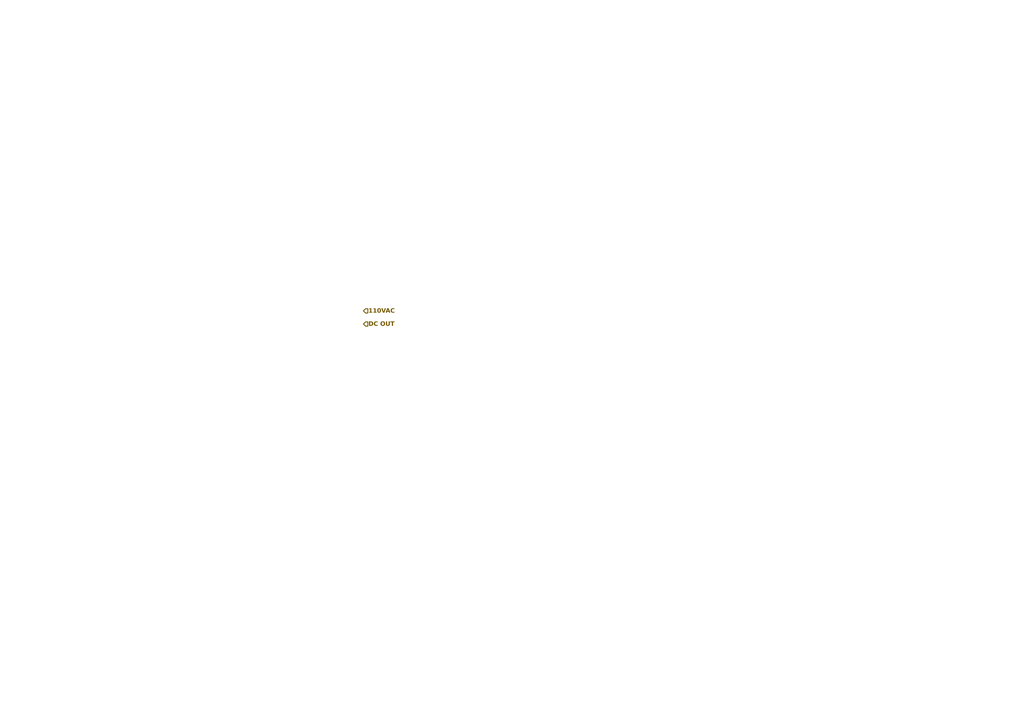
<source format=kicad_sch>
(kicad_sch
	(version 20240101)
	(generator "eeschema")
	(generator_version "8.99")
	(uuid "9656877e-9947-4465-b8a7-40790b2fc774")
	(paper "A4")
	(lib_symbols)
	(hierarchical_label "DC OUT"
		(shape input)
		(at 105.41 93.98 0)
		(fields_autoplaced yes)
		(effects
			(font
				(face "JetBrains Mono")
				(size 1.27 1.27)
				(thickness 0.254)
				(bold yes)
			)
			(justify left)
		)
		(uuid "8dbe7d92-5368-4e74-bbaa-953db27a117a")
	)
	(hierarchical_label "110VAC"
		(shape input)
		(at 105.41 90.17 0)
		(fields_autoplaced yes)
		(effects
			(font
				(face "JetBrains Mono")
				(size 1.27 1.27)
				(thickness 0.254)
				(bold yes)
			)
			(justify left)
		)
		(uuid "9d69dcc5-8d22-45fc-bc39-306fc34a96c0")
	)
)
</source>
